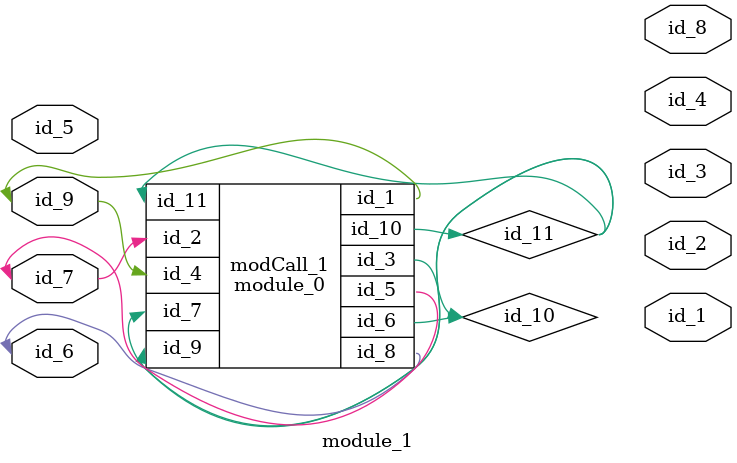
<source format=v>
module module_0 (
    id_1,
    id_2,
    id_3,
    id_4,
    id_5,
    id_6,
    id_7,
    id_8,
    id_9,
    id_10,
    id_11
);
  input wire id_11;
  inout wire id_10;
  input wire id_9;
  inout wire id_8;
  input wire id_7;
  output wire id_6;
  output wire id_5;
  input wire id_4;
  inout wire id_3;
  input wire id_2;
  inout wire id_1;
  wire id_12;
  wire id_13;
  parameter id_14 = 1;
endmodule
module module_1 (
    id_1,
    id_2,
    id_3,
    id_4,
    id_5,
    id_6,
    id_7,
    id_8,
    id_9
);
  inout wire id_9;
  output wire id_8;
  inout wire id_7;
  inout wire id_6;
  input wire id_5;
  output wire id_4;
  output wire id_3;
  output wire id_2;
  output wire id_1;
  wire id_10;
  wire id_11;
  module_0 modCall_1 (
      id_9,
      id_7,
      id_10,
      id_9,
      id_7,
      id_10,
      id_11,
      id_6,
      id_11,
      id_11,
      id_11
  );
endmodule

</source>
